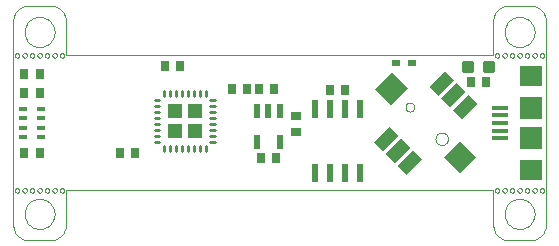
<source format=gtp>
G75*
%MOIN*%
%OFA0B0*%
%FSLAX24Y24*%
%IPPOS*%
%LPD*%
%AMOC8*
5,1,8,0,0,1.08239X$1,22.5*
%
%ADD10C,0.0000*%
%ADD11R,0.0728X0.0433*%
%ADD12R,0.0787X0.0748*%
%ADD13R,0.0551X0.0138*%
%ADD14R,0.0748X0.0709*%
%ADD15R,0.0748X0.0748*%
%ADD16R,0.0236X0.0610*%
%ADD17R,0.0217X0.0472*%
%ADD18C,0.0118*%
%ADD19R,0.0276X0.0197*%
%ADD20R,0.0276X0.0354*%
%ADD21R,0.0354X0.0276*%
%ADD22C,0.0089*%
%ADD23R,0.0492X0.0492*%
%ADD24R,0.0276X0.0177*%
D10*
X004943Y002737D02*
X005693Y002737D01*
X005737Y002739D01*
X005780Y002745D01*
X005822Y002754D01*
X005864Y002767D01*
X005904Y002784D01*
X005943Y002804D01*
X005980Y002827D01*
X006014Y002854D01*
X006047Y002883D01*
X006076Y002916D01*
X006103Y002950D01*
X006126Y002987D01*
X006146Y003026D01*
X006163Y003066D01*
X006176Y003108D01*
X006185Y003150D01*
X006191Y003193D01*
X006193Y003237D01*
X006193Y004393D01*
X020443Y004393D01*
X020443Y003237D01*
X020445Y003193D01*
X020451Y003150D01*
X020460Y003108D01*
X020473Y003066D01*
X020490Y003026D01*
X020510Y002987D01*
X020533Y002950D01*
X020560Y002916D01*
X020589Y002883D01*
X020622Y002854D01*
X020656Y002827D01*
X020693Y002804D01*
X020732Y002784D01*
X020772Y002767D01*
X020814Y002754D01*
X020856Y002745D01*
X020899Y002739D01*
X020943Y002737D01*
X021693Y002737D01*
X021737Y002739D01*
X021780Y002745D01*
X021822Y002754D01*
X021864Y002767D01*
X021904Y002784D01*
X021943Y002804D01*
X021980Y002827D01*
X022014Y002854D01*
X022047Y002883D01*
X022076Y002916D01*
X022103Y002950D01*
X022126Y002987D01*
X022146Y003026D01*
X022163Y003066D01*
X022176Y003108D01*
X022185Y003150D01*
X022191Y003193D01*
X022193Y003237D01*
X022193Y010050D01*
X022191Y010094D01*
X022185Y010137D01*
X022176Y010179D01*
X022163Y010221D01*
X022146Y010261D01*
X022126Y010300D01*
X022103Y010337D01*
X022076Y010371D01*
X022047Y010404D01*
X022014Y010433D01*
X021980Y010460D01*
X021943Y010483D01*
X021904Y010503D01*
X021864Y010520D01*
X021822Y010533D01*
X021780Y010542D01*
X021737Y010548D01*
X021693Y010550D01*
X020943Y010550D01*
X020899Y010548D01*
X020856Y010542D01*
X020814Y010533D01*
X020772Y010520D01*
X020732Y010503D01*
X020693Y010483D01*
X020656Y010460D01*
X020622Y010433D01*
X020589Y010404D01*
X020560Y010371D01*
X020533Y010337D01*
X020510Y010300D01*
X020490Y010261D01*
X020473Y010221D01*
X020460Y010179D01*
X020451Y010137D01*
X020445Y010094D01*
X020443Y010050D01*
X020443Y008893D01*
X006193Y008893D01*
X006193Y010050D01*
X006191Y010094D01*
X006185Y010137D01*
X006176Y010179D01*
X006163Y010221D01*
X006146Y010261D01*
X006126Y010300D01*
X006103Y010337D01*
X006076Y010371D01*
X006047Y010404D01*
X006014Y010433D01*
X005980Y010460D01*
X005943Y010483D01*
X005904Y010503D01*
X005864Y010520D01*
X005822Y010533D01*
X005780Y010542D01*
X005737Y010548D01*
X005693Y010550D01*
X004943Y010550D01*
X004899Y010548D01*
X004856Y010542D01*
X004814Y010533D01*
X004772Y010520D01*
X004732Y010503D01*
X004693Y010483D01*
X004656Y010460D01*
X004622Y010433D01*
X004589Y010404D01*
X004560Y010371D01*
X004533Y010337D01*
X004510Y010300D01*
X004490Y010261D01*
X004473Y010221D01*
X004460Y010179D01*
X004451Y010137D01*
X004445Y010094D01*
X004443Y010050D01*
X004443Y003237D01*
X004445Y003193D01*
X004451Y003150D01*
X004460Y003108D01*
X004473Y003066D01*
X004490Y003026D01*
X004510Y002987D01*
X004533Y002950D01*
X004560Y002916D01*
X004589Y002883D01*
X004622Y002854D01*
X004656Y002827D01*
X004693Y002804D01*
X004732Y002784D01*
X004772Y002767D01*
X004814Y002754D01*
X004856Y002745D01*
X004899Y002739D01*
X004943Y002737D01*
X004818Y003612D02*
X004820Y003656D01*
X004826Y003700D01*
X004836Y003743D01*
X004849Y003785D01*
X004866Y003826D01*
X004887Y003865D01*
X004911Y003902D01*
X004938Y003937D01*
X004968Y003969D01*
X005001Y003999D01*
X005037Y004025D01*
X005074Y004049D01*
X005114Y004068D01*
X005155Y004085D01*
X005198Y004097D01*
X005241Y004106D01*
X005285Y004111D01*
X005329Y004112D01*
X005373Y004109D01*
X005417Y004102D01*
X005460Y004091D01*
X005502Y004077D01*
X005542Y004059D01*
X005581Y004037D01*
X005617Y004013D01*
X005651Y003985D01*
X005683Y003954D01*
X005712Y003920D01*
X005738Y003884D01*
X005760Y003846D01*
X005779Y003806D01*
X005794Y003764D01*
X005806Y003722D01*
X005814Y003678D01*
X005818Y003634D01*
X005818Y003590D01*
X005814Y003546D01*
X005806Y003502D01*
X005794Y003460D01*
X005779Y003418D01*
X005760Y003378D01*
X005738Y003340D01*
X005712Y003304D01*
X005683Y003270D01*
X005651Y003239D01*
X005617Y003211D01*
X005581Y003187D01*
X005542Y003165D01*
X005502Y003147D01*
X005460Y003133D01*
X005417Y003122D01*
X005373Y003115D01*
X005329Y003112D01*
X005285Y003113D01*
X005241Y003118D01*
X005198Y003127D01*
X005155Y003139D01*
X005114Y003156D01*
X005074Y003175D01*
X005037Y003199D01*
X005001Y003225D01*
X004968Y003255D01*
X004938Y003287D01*
X004911Y003322D01*
X004887Y003359D01*
X004866Y003398D01*
X004849Y003439D01*
X004836Y003481D01*
X004826Y003524D01*
X004820Y003568D01*
X004818Y003612D01*
X004743Y004393D02*
X004745Y004410D01*
X004750Y004426D01*
X004759Y004440D01*
X004771Y004452D01*
X004785Y004461D01*
X004801Y004466D01*
X004818Y004468D01*
X004835Y004466D01*
X004851Y004461D01*
X004865Y004452D01*
X004877Y004440D01*
X004886Y004426D01*
X004891Y004410D01*
X004893Y004393D01*
X004891Y004376D01*
X004886Y004360D01*
X004877Y004346D01*
X004865Y004334D01*
X004851Y004325D01*
X004835Y004320D01*
X004818Y004318D01*
X004801Y004320D01*
X004785Y004325D01*
X004771Y004334D01*
X004759Y004346D01*
X004750Y004360D01*
X004745Y004376D01*
X004743Y004393D01*
X004493Y004393D02*
X004495Y004410D01*
X004500Y004426D01*
X004509Y004440D01*
X004521Y004452D01*
X004535Y004461D01*
X004551Y004466D01*
X004568Y004468D01*
X004585Y004466D01*
X004601Y004461D01*
X004615Y004452D01*
X004627Y004440D01*
X004636Y004426D01*
X004641Y004410D01*
X004643Y004393D01*
X004641Y004376D01*
X004636Y004360D01*
X004627Y004346D01*
X004615Y004334D01*
X004601Y004325D01*
X004585Y004320D01*
X004568Y004318D01*
X004551Y004320D01*
X004535Y004325D01*
X004521Y004334D01*
X004509Y004346D01*
X004500Y004360D01*
X004495Y004376D01*
X004493Y004393D01*
X004993Y004393D02*
X004995Y004410D01*
X005000Y004426D01*
X005009Y004440D01*
X005021Y004452D01*
X005035Y004461D01*
X005051Y004466D01*
X005068Y004468D01*
X005085Y004466D01*
X005101Y004461D01*
X005115Y004452D01*
X005127Y004440D01*
X005136Y004426D01*
X005141Y004410D01*
X005143Y004393D01*
X005141Y004376D01*
X005136Y004360D01*
X005127Y004346D01*
X005115Y004334D01*
X005101Y004325D01*
X005085Y004320D01*
X005068Y004318D01*
X005051Y004320D01*
X005035Y004325D01*
X005021Y004334D01*
X005009Y004346D01*
X005000Y004360D01*
X004995Y004376D01*
X004993Y004393D01*
X005243Y004393D02*
X005245Y004410D01*
X005250Y004426D01*
X005259Y004440D01*
X005271Y004452D01*
X005285Y004461D01*
X005301Y004466D01*
X005318Y004468D01*
X005335Y004466D01*
X005351Y004461D01*
X005365Y004452D01*
X005377Y004440D01*
X005386Y004426D01*
X005391Y004410D01*
X005393Y004393D01*
X005391Y004376D01*
X005386Y004360D01*
X005377Y004346D01*
X005365Y004334D01*
X005351Y004325D01*
X005335Y004320D01*
X005318Y004318D01*
X005301Y004320D01*
X005285Y004325D01*
X005271Y004334D01*
X005259Y004346D01*
X005250Y004360D01*
X005245Y004376D01*
X005243Y004393D01*
X005493Y004393D02*
X005495Y004410D01*
X005500Y004426D01*
X005509Y004440D01*
X005521Y004452D01*
X005535Y004461D01*
X005551Y004466D01*
X005568Y004468D01*
X005585Y004466D01*
X005601Y004461D01*
X005615Y004452D01*
X005627Y004440D01*
X005636Y004426D01*
X005641Y004410D01*
X005643Y004393D01*
X005641Y004376D01*
X005636Y004360D01*
X005627Y004346D01*
X005615Y004334D01*
X005601Y004325D01*
X005585Y004320D01*
X005568Y004318D01*
X005551Y004320D01*
X005535Y004325D01*
X005521Y004334D01*
X005509Y004346D01*
X005500Y004360D01*
X005495Y004376D01*
X005493Y004393D01*
X005743Y004393D02*
X005745Y004410D01*
X005750Y004426D01*
X005759Y004440D01*
X005771Y004452D01*
X005785Y004461D01*
X005801Y004466D01*
X005818Y004468D01*
X005835Y004466D01*
X005851Y004461D01*
X005865Y004452D01*
X005877Y004440D01*
X005886Y004426D01*
X005891Y004410D01*
X005893Y004393D01*
X005891Y004376D01*
X005886Y004360D01*
X005877Y004346D01*
X005865Y004334D01*
X005851Y004325D01*
X005835Y004320D01*
X005818Y004318D01*
X005801Y004320D01*
X005785Y004325D01*
X005771Y004334D01*
X005759Y004346D01*
X005750Y004360D01*
X005745Y004376D01*
X005743Y004393D01*
X005993Y004393D02*
X005995Y004410D01*
X006000Y004426D01*
X006009Y004440D01*
X006021Y004452D01*
X006035Y004461D01*
X006051Y004466D01*
X006068Y004468D01*
X006085Y004466D01*
X006101Y004461D01*
X006115Y004452D01*
X006127Y004440D01*
X006136Y004426D01*
X006141Y004410D01*
X006143Y004393D01*
X006141Y004376D01*
X006136Y004360D01*
X006127Y004346D01*
X006115Y004334D01*
X006101Y004325D01*
X006085Y004320D01*
X006068Y004318D01*
X006051Y004320D01*
X006035Y004325D01*
X006021Y004334D01*
X006009Y004346D01*
X006000Y004360D01*
X005995Y004376D01*
X005993Y004393D01*
X005993Y008893D02*
X005995Y008910D01*
X006000Y008926D01*
X006009Y008940D01*
X006021Y008952D01*
X006035Y008961D01*
X006051Y008966D01*
X006068Y008968D01*
X006085Y008966D01*
X006101Y008961D01*
X006115Y008952D01*
X006127Y008940D01*
X006136Y008926D01*
X006141Y008910D01*
X006143Y008893D01*
X006141Y008876D01*
X006136Y008860D01*
X006127Y008846D01*
X006115Y008834D01*
X006101Y008825D01*
X006085Y008820D01*
X006068Y008818D01*
X006051Y008820D01*
X006035Y008825D01*
X006021Y008834D01*
X006009Y008846D01*
X006000Y008860D01*
X005995Y008876D01*
X005993Y008893D01*
X005743Y008893D02*
X005745Y008910D01*
X005750Y008926D01*
X005759Y008940D01*
X005771Y008952D01*
X005785Y008961D01*
X005801Y008966D01*
X005818Y008968D01*
X005835Y008966D01*
X005851Y008961D01*
X005865Y008952D01*
X005877Y008940D01*
X005886Y008926D01*
X005891Y008910D01*
X005893Y008893D01*
X005891Y008876D01*
X005886Y008860D01*
X005877Y008846D01*
X005865Y008834D01*
X005851Y008825D01*
X005835Y008820D01*
X005818Y008818D01*
X005801Y008820D01*
X005785Y008825D01*
X005771Y008834D01*
X005759Y008846D01*
X005750Y008860D01*
X005745Y008876D01*
X005743Y008893D01*
X005493Y008893D02*
X005495Y008910D01*
X005500Y008926D01*
X005509Y008940D01*
X005521Y008952D01*
X005535Y008961D01*
X005551Y008966D01*
X005568Y008968D01*
X005585Y008966D01*
X005601Y008961D01*
X005615Y008952D01*
X005627Y008940D01*
X005636Y008926D01*
X005641Y008910D01*
X005643Y008893D01*
X005641Y008876D01*
X005636Y008860D01*
X005627Y008846D01*
X005615Y008834D01*
X005601Y008825D01*
X005585Y008820D01*
X005568Y008818D01*
X005551Y008820D01*
X005535Y008825D01*
X005521Y008834D01*
X005509Y008846D01*
X005500Y008860D01*
X005495Y008876D01*
X005493Y008893D01*
X005243Y008893D02*
X005245Y008910D01*
X005250Y008926D01*
X005259Y008940D01*
X005271Y008952D01*
X005285Y008961D01*
X005301Y008966D01*
X005318Y008968D01*
X005335Y008966D01*
X005351Y008961D01*
X005365Y008952D01*
X005377Y008940D01*
X005386Y008926D01*
X005391Y008910D01*
X005393Y008893D01*
X005391Y008876D01*
X005386Y008860D01*
X005377Y008846D01*
X005365Y008834D01*
X005351Y008825D01*
X005335Y008820D01*
X005318Y008818D01*
X005301Y008820D01*
X005285Y008825D01*
X005271Y008834D01*
X005259Y008846D01*
X005250Y008860D01*
X005245Y008876D01*
X005243Y008893D01*
X004993Y008893D02*
X004995Y008910D01*
X005000Y008926D01*
X005009Y008940D01*
X005021Y008952D01*
X005035Y008961D01*
X005051Y008966D01*
X005068Y008968D01*
X005085Y008966D01*
X005101Y008961D01*
X005115Y008952D01*
X005127Y008940D01*
X005136Y008926D01*
X005141Y008910D01*
X005143Y008893D01*
X005141Y008876D01*
X005136Y008860D01*
X005127Y008846D01*
X005115Y008834D01*
X005101Y008825D01*
X005085Y008820D01*
X005068Y008818D01*
X005051Y008820D01*
X005035Y008825D01*
X005021Y008834D01*
X005009Y008846D01*
X005000Y008860D01*
X004995Y008876D01*
X004993Y008893D01*
X004743Y008893D02*
X004745Y008910D01*
X004750Y008926D01*
X004759Y008940D01*
X004771Y008952D01*
X004785Y008961D01*
X004801Y008966D01*
X004818Y008968D01*
X004835Y008966D01*
X004851Y008961D01*
X004865Y008952D01*
X004877Y008940D01*
X004886Y008926D01*
X004891Y008910D01*
X004893Y008893D01*
X004891Y008876D01*
X004886Y008860D01*
X004877Y008846D01*
X004865Y008834D01*
X004851Y008825D01*
X004835Y008820D01*
X004818Y008818D01*
X004801Y008820D01*
X004785Y008825D01*
X004771Y008834D01*
X004759Y008846D01*
X004750Y008860D01*
X004745Y008876D01*
X004743Y008893D01*
X004493Y008893D02*
X004495Y008910D01*
X004500Y008926D01*
X004509Y008940D01*
X004521Y008952D01*
X004535Y008961D01*
X004551Y008966D01*
X004568Y008968D01*
X004585Y008966D01*
X004601Y008961D01*
X004615Y008952D01*
X004627Y008940D01*
X004636Y008926D01*
X004641Y008910D01*
X004643Y008893D01*
X004641Y008876D01*
X004636Y008860D01*
X004627Y008846D01*
X004615Y008834D01*
X004601Y008825D01*
X004585Y008820D01*
X004568Y008818D01*
X004551Y008820D01*
X004535Y008825D01*
X004521Y008834D01*
X004509Y008846D01*
X004500Y008860D01*
X004495Y008876D01*
X004493Y008893D01*
X004818Y009675D02*
X004820Y009719D01*
X004826Y009763D01*
X004836Y009806D01*
X004849Y009848D01*
X004866Y009889D01*
X004887Y009928D01*
X004911Y009965D01*
X004938Y010000D01*
X004968Y010032D01*
X005001Y010062D01*
X005037Y010088D01*
X005074Y010112D01*
X005114Y010131D01*
X005155Y010148D01*
X005198Y010160D01*
X005241Y010169D01*
X005285Y010174D01*
X005329Y010175D01*
X005373Y010172D01*
X005417Y010165D01*
X005460Y010154D01*
X005502Y010140D01*
X005542Y010122D01*
X005581Y010100D01*
X005617Y010076D01*
X005651Y010048D01*
X005683Y010017D01*
X005712Y009983D01*
X005738Y009947D01*
X005760Y009909D01*
X005779Y009869D01*
X005794Y009827D01*
X005806Y009785D01*
X005814Y009741D01*
X005818Y009697D01*
X005818Y009653D01*
X005814Y009609D01*
X005806Y009565D01*
X005794Y009523D01*
X005779Y009481D01*
X005760Y009441D01*
X005738Y009403D01*
X005712Y009367D01*
X005683Y009333D01*
X005651Y009302D01*
X005617Y009274D01*
X005581Y009250D01*
X005542Y009228D01*
X005502Y009210D01*
X005460Y009196D01*
X005417Y009185D01*
X005373Y009178D01*
X005329Y009175D01*
X005285Y009176D01*
X005241Y009181D01*
X005198Y009190D01*
X005155Y009202D01*
X005114Y009219D01*
X005074Y009238D01*
X005037Y009262D01*
X005001Y009288D01*
X004968Y009318D01*
X004938Y009350D01*
X004911Y009385D01*
X004887Y009422D01*
X004866Y009461D01*
X004849Y009502D01*
X004836Y009544D01*
X004826Y009587D01*
X004820Y009631D01*
X004818Y009675D01*
X017516Y007172D02*
X017518Y007196D01*
X017524Y007219D01*
X017533Y007241D01*
X017546Y007261D01*
X017561Y007279D01*
X017580Y007294D01*
X017601Y007306D01*
X017623Y007314D01*
X017646Y007319D01*
X017670Y007320D01*
X017694Y007317D01*
X017716Y007310D01*
X017738Y007300D01*
X017758Y007287D01*
X017775Y007270D01*
X017789Y007251D01*
X017800Y007230D01*
X017808Y007207D01*
X017812Y007184D01*
X017812Y007160D01*
X017808Y007137D01*
X017800Y007114D01*
X017789Y007093D01*
X017775Y007074D01*
X017758Y007057D01*
X017738Y007044D01*
X017716Y007034D01*
X017694Y007027D01*
X017670Y007024D01*
X017646Y007025D01*
X017623Y007030D01*
X017601Y007038D01*
X017580Y007050D01*
X017561Y007065D01*
X017546Y007083D01*
X017533Y007103D01*
X017524Y007125D01*
X017518Y007148D01*
X017516Y007172D01*
X018515Y006114D02*
X018517Y006142D01*
X018523Y006170D01*
X018532Y006196D01*
X018545Y006222D01*
X018561Y006245D01*
X018581Y006265D01*
X018603Y006283D01*
X018627Y006298D01*
X018653Y006309D01*
X018680Y006317D01*
X018708Y006321D01*
X018736Y006321D01*
X018764Y006317D01*
X018791Y006309D01*
X018817Y006298D01*
X018841Y006283D01*
X018863Y006265D01*
X018883Y006245D01*
X018899Y006222D01*
X018912Y006196D01*
X018921Y006170D01*
X018927Y006142D01*
X018929Y006114D01*
X018927Y006086D01*
X018921Y006058D01*
X018912Y006032D01*
X018899Y006006D01*
X018883Y005983D01*
X018863Y005963D01*
X018841Y005945D01*
X018817Y005930D01*
X018791Y005919D01*
X018764Y005911D01*
X018736Y005907D01*
X018708Y005907D01*
X018680Y005911D01*
X018653Y005919D01*
X018627Y005930D01*
X018603Y005945D01*
X018581Y005963D01*
X018561Y005983D01*
X018545Y006006D01*
X018532Y006032D01*
X018523Y006058D01*
X018517Y006086D01*
X018515Y006114D01*
X020493Y004393D02*
X020495Y004410D01*
X020500Y004426D01*
X020509Y004440D01*
X020521Y004452D01*
X020535Y004461D01*
X020551Y004466D01*
X020568Y004468D01*
X020585Y004466D01*
X020601Y004461D01*
X020615Y004452D01*
X020627Y004440D01*
X020636Y004426D01*
X020641Y004410D01*
X020643Y004393D01*
X020641Y004376D01*
X020636Y004360D01*
X020627Y004346D01*
X020615Y004334D01*
X020601Y004325D01*
X020585Y004320D01*
X020568Y004318D01*
X020551Y004320D01*
X020535Y004325D01*
X020521Y004334D01*
X020509Y004346D01*
X020500Y004360D01*
X020495Y004376D01*
X020493Y004393D01*
X020743Y004393D02*
X020745Y004410D01*
X020750Y004426D01*
X020759Y004440D01*
X020771Y004452D01*
X020785Y004461D01*
X020801Y004466D01*
X020818Y004468D01*
X020835Y004466D01*
X020851Y004461D01*
X020865Y004452D01*
X020877Y004440D01*
X020886Y004426D01*
X020891Y004410D01*
X020893Y004393D01*
X020891Y004376D01*
X020886Y004360D01*
X020877Y004346D01*
X020865Y004334D01*
X020851Y004325D01*
X020835Y004320D01*
X020818Y004318D01*
X020801Y004320D01*
X020785Y004325D01*
X020771Y004334D01*
X020759Y004346D01*
X020750Y004360D01*
X020745Y004376D01*
X020743Y004393D01*
X020993Y004393D02*
X020995Y004410D01*
X021000Y004426D01*
X021009Y004440D01*
X021021Y004452D01*
X021035Y004461D01*
X021051Y004466D01*
X021068Y004468D01*
X021085Y004466D01*
X021101Y004461D01*
X021115Y004452D01*
X021127Y004440D01*
X021136Y004426D01*
X021141Y004410D01*
X021143Y004393D01*
X021141Y004376D01*
X021136Y004360D01*
X021127Y004346D01*
X021115Y004334D01*
X021101Y004325D01*
X021085Y004320D01*
X021068Y004318D01*
X021051Y004320D01*
X021035Y004325D01*
X021021Y004334D01*
X021009Y004346D01*
X021000Y004360D01*
X020995Y004376D01*
X020993Y004393D01*
X021243Y004393D02*
X021245Y004410D01*
X021250Y004426D01*
X021259Y004440D01*
X021271Y004452D01*
X021285Y004461D01*
X021301Y004466D01*
X021318Y004468D01*
X021335Y004466D01*
X021351Y004461D01*
X021365Y004452D01*
X021377Y004440D01*
X021386Y004426D01*
X021391Y004410D01*
X021393Y004393D01*
X021391Y004376D01*
X021386Y004360D01*
X021377Y004346D01*
X021365Y004334D01*
X021351Y004325D01*
X021335Y004320D01*
X021318Y004318D01*
X021301Y004320D01*
X021285Y004325D01*
X021271Y004334D01*
X021259Y004346D01*
X021250Y004360D01*
X021245Y004376D01*
X021243Y004393D01*
X021493Y004393D02*
X021495Y004410D01*
X021500Y004426D01*
X021509Y004440D01*
X021521Y004452D01*
X021535Y004461D01*
X021551Y004466D01*
X021568Y004468D01*
X021585Y004466D01*
X021601Y004461D01*
X021615Y004452D01*
X021627Y004440D01*
X021636Y004426D01*
X021641Y004410D01*
X021643Y004393D01*
X021641Y004376D01*
X021636Y004360D01*
X021627Y004346D01*
X021615Y004334D01*
X021601Y004325D01*
X021585Y004320D01*
X021568Y004318D01*
X021551Y004320D01*
X021535Y004325D01*
X021521Y004334D01*
X021509Y004346D01*
X021500Y004360D01*
X021495Y004376D01*
X021493Y004393D01*
X021743Y004393D02*
X021745Y004410D01*
X021750Y004426D01*
X021759Y004440D01*
X021771Y004452D01*
X021785Y004461D01*
X021801Y004466D01*
X021818Y004468D01*
X021835Y004466D01*
X021851Y004461D01*
X021865Y004452D01*
X021877Y004440D01*
X021886Y004426D01*
X021891Y004410D01*
X021893Y004393D01*
X021891Y004376D01*
X021886Y004360D01*
X021877Y004346D01*
X021865Y004334D01*
X021851Y004325D01*
X021835Y004320D01*
X021818Y004318D01*
X021801Y004320D01*
X021785Y004325D01*
X021771Y004334D01*
X021759Y004346D01*
X021750Y004360D01*
X021745Y004376D01*
X021743Y004393D01*
X021993Y004393D02*
X021995Y004410D01*
X022000Y004426D01*
X022009Y004440D01*
X022021Y004452D01*
X022035Y004461D01*
X022051Y004466D01*
X022068Y004468D01*
X022085Y004466D01*
X022101Y004461D01*
X022115Y004452D01*
X022127Y004440D01*
X022136Y004426D01*
X022141Y004410D01*
X022143Y004393D01*
X022141Y004376D01*
X022136Y004360D01*
X022127Y004346D01*
X022115Y004334D01*
X022101Y004325D01*
X022085Y004320D01*
X022068Y004318D01*
X022051Y004320D01*
X022035Y004325D01*
X022021Y004334D01*
X022009Y004346D01*
X022000Y004360D01*
X021995Y004376D01*
X021993Y004393D01*
X020818Y003612D02*
X020820Y003656D01*
X020826Y003700D01*
X020836Y003743D01*
X020849Y003785D01*
X020866Y003826D01*
X020887Y003865D01*
X020911Y003902D01*
X020938Y003937D01*
X020968Y003969D01*
X021001Y003999D01*
X021037Y004025D01*
X021074Y004049D01*
X021114Y004068D01*
X021155Y004085D01*
X021198Y004097D01*
X021241Y004106D01*
X021285Y004111D01*
X021329Y004112D01*
X021373Y004109D01*
X021417Y004102D01*
X021460Y004091D01*
X021502Y004077D01*
X021542Y004059D01*
X021581Y004037D01*
X021617Y004013D01*
X021651Y003985D01*
X021683Y003954D01*
X021712Y003920D01*
X021738Y003884D01*
X021760Y003846D01*
X021779Y003806D01*
X021794Y003764D01*
X021806Y003722D01*
X021814Y003678D01*
X021818Y003634D01*
X021818Y003590D01*
X021814Y003546D01*
X021806Y003502D01*
X021794Y003460D01*
X021779Y003418D01*
X021760Y003378D01*
X021738Y003340D01*
X021712Y003304D01*
X021683Y003270D01*
X021651Y003239D01*
X021617Y003211D01*
X021581Y003187D01*
X021542Y003165D01*
X021502Y003147D01*
X021460Y003133D01*
X021417Y003122D01*
X021373Y003115D01*
X021329Y003112D01*
X021285Y003113D01*
X021241Y003118D01*
X021198Y003127D01*
X021155Y003139D01*
X021114Y003156D01*
X021074Y003175D01*
X021037Y003199D01*
X021001Y003225D01*
X020968Y003255D01*
X020938Y003287D01*
X020911Y003322D01*
X020887Y003359D01*
X020866Y003398D01*
X020849Y003439D01*
X020836Y003481D01*
X020826Y003524D01*
X020820Y003568D01*
X020818Y003612D01*
X020743Y008893D02*
X020745Y008910D01*
X020750Y008926D01*
X020759Y008940D01*
X020771Y008952D01*
X020785Y008961D01*
X020801Y008966D01*
X020818Y008968D01*
X020835Y008966D01*
X020851Y008961D01*
X020865Y008952D01*
X020877Y008940D01*
X020886Y008926D01*
X020891Y008910D01*
X020893Y008893D01*
X020891Y008876D01*
X020886Y008860D01*
X020877Y008846D01*
X020865Y008834D01*
X020851Y008825D01*
X020835Y008820D01*
X020818Y008818D01*
X020801Y008820D01*
X020785Y008825D01*
X020771Y008834D01*
X020759Y008846D01*
X020750Y008860D01*
X020745Y008876D01*
X020743Y008893D01*
X020493Y008893D02*
X020495Y008910D01*
X020500Y008926D01*
X020509Y008940D01*
X020521Y008952D01*
X020535Y008961D01*
X020551Y008966D01*
X020568Y008968D01*
X020585Y008966D01*
X020601Y008961D01*
X020615Y008952D01*
X020627Y008940D01*
X020636Y008926D01*
X020641Y008910D01*
X020643Y008893D01*
X020641Y008876D01*
X020636Y008860D01*
X020627Y008846D01*
X020615Y008834D01*
X020601Y008825D01*
X020585Y008820D01*
X020568Y008818D01*
X020551Y008820D01*
X020535Y008825D01*
X020521Y008834D01*
X020509Y008846D01*
X020500Y008860D01*
X020495Y008876D01*
X020493Y008893D01*
X020993Y008893D02*
X020995Y008910D01*
X021000Y008926D01*
X021009Y008940D01*
X021021Y008952D01*
X021035Y008961D01*
X021051Y008966D01*
X021068Y008968D01*
X021085Y008966D01*
X021101Y008961D01*
X021115Y008952D01*
X021127Y008940D01*
X021136Y008926D01*
X021141Y008910D01*
X021143Y008893D01*
X021141Y008876D01*
X021136Y008860D01*
X021127Y008846D01*
X021115Y008834D01*
X021101Y008825D01*
X021085Y008820D01*
X021068Y008818D01*
X021051Y008820D01*
X021035Y008825D01*
X021021Y008834D01*
X021009Y008846D01*
X021000Y008860D01*
X020995Y008876D01*
X020993Y008893D01*
X021243Y008893D02*
X021245Y008910D01*
X021250Y008926D01*
X021259Y008940D01*
X021271Y008952D01*
X021285Y008961D01*
X021301Y008966D01*
X021318Y008968D01*
X021335Y008966D01*
X021351Y008961D01*
X021365Y008952D01*
X021377Y008940D01*
X021386Y008926D01*
X021391Y008910D01*
X021393Y008893D01*
X021391Y008876D01*
X021386Y008860D01*
X021377Y008846D01*
X021365Y008834D01*
X021351Y008825D01*
X021335Y008820D01*
X021318Y008818D01*
X021301Y008820D01*
X021285Y008825D01*
X021271Y008834D01*
X021259Y008846D01*
X021250Y008860D01*
X021245Y008876D01*
X021243Y008893D01*
X021493Y008893D02*
X021495Y008910D01*
X021500Y008926D01*
X021509Y008940D01*
X021521Y008952D01*
X021535Y008961D01*
X021551Y008966D01*
X021568Y008968D01*
X021585Y008966D01*
X021601Y008961D01*
X021615Y008952D01*
X021627Y008940D01*
X021636Y008926D01*
X021641Y008910D01*
X021643Y008893D01*
X021641Y008876D01*
X021636Y008860D01*
X021627Y008846D01*
X021615Y008834D01*
X021601Y008825D01*
X021585Y008820D01*
X021568Y008818D01*
X021551Y008820D01*
X021535Y008825D01*
X021521Y008834D01*
X021509Y008846D01*
X021500Y008860D01*
X021495Y008876D01*
X021493Y008893D01*
X021743Y008893D02*
X021745Y008910D01*
X021750Y008926D01*
X021759Y008940D01*
X021771Y008952D01*
X021785Y008961D01*
X021801Y008966D01*
X021818Y008968D01*
X021835Y008966D01*
X021851Y008961D01*
X021865Y008952D01*
X021877Y008940D01*
X021886Y008926D01*
X021891Y008910D01*
X021893Y008893D01*
X021891Y008876D01*
X021886Y008860D01*
X021877Y008846D01*
X021865Y008834D01*
X021851Y008825D01*
X021835Y008820D01*
X021818Y008818D01*
X021801Y008820D01*
X021785Y008825D01*
X021771Y008834D01*
X021759Y008846D01*
X021750Y008860D01*
X021745Y008876D01*
X021743Y008893D01*
X021993Y008893D02*
X021995Y008910D01*
X022000Y008926D01*
X022009Y008940D01*
X022021Y008952D01*
X022035Y008961D01*
X022051Y008966D01*
X022068Y008968D01*
X022085Y008966D01*
X022101Y008961D01*
X022115Y008952D01*
X022127Y008940D01*
X022136Y008926D01*
X022141Y008910D01*
X022143Y008893D01*
X022141Y008876D01*
X022136Y008860D01*
X022127Y008846D01*
X022115Y008834D01*
X022101Y008825D01*
X022085Y008820D01*
X022068Y008818D01*
X022051Y008820D01*
X022035Y008825D01*
X022021Y008834D01*
X022009Y008846D01*
X022000Y008860D01*
X021995Y008876D01*
X021993Y008893D01*
X020818Y009675D02*
X020820Y009719D01*
X020826Y009763D01*
X020836Y009806D01*
X020849Y009848D01*
X020866Y009889D01*
X020887Y009928D01*
X020911Y009965D01*
X020938Y010000D01*
X020968Y010032D01*
X021001Y010062D01*
X021037Y010088D01*
X021074Y010112D01*
X021114Y010131D01*
X021155Y010148D01*
X021198Y010160D01*
X021241Y010169D01*
X021285Y010174D01*
X021329Y010175D01*
X021373Y010172D01*
X021417Y010165D01*
X021460Y010154D01*
X021502Y010140D01*
X021542Y010122D01*
X021581Y010100D01*
X021617Y010076D01*
X021651Y010048D01*
X021683Y010017D01*
X021712Y009983D01*
X021738Y009947D01*
X021760Y009909D01*
X021779Y009869D01*
X021794Y009827D01*
X021806Y009785D01*
X021814Y009741D01*
X021818Y009697D01*
X021818Y009653D01*
X021814Y009609D01*
X021806Y009565D01*
X021794Y009523D01*
X021779Y009481D01*
X021760Y009441D01*
X021738Y009403D01*
X021712Y009367D01*
X021683Y009333D01*
X021651Y009302D01*
X021617Y009274D01*
X021581Y009250D01*
X021542Y009228D01*
X021502Y009210D01*
X021460Y009196D01*
X021417Y009185D01*
X021373Y009178D01*
X021329Y009175D01*
X021285Y009176D01*
X021241Y009181D01*
X021198Y009190D01*
X021155Y009202D01*
X021114Y009219D01*
X021074Y009238D01*
X021037Y009262D01*
X021001Y009288D01*
X020968Y009318D01*
X020938Y009350D01*
X020911Y009385D01*
X020887Y009422D01*
X020866Y009461D01*
X020849Y009502D01*
X020836Y009544D01*
X020826Y009587D01*
X020820Y009631D01*
X020818Y009675D01*
D11*
G36*
X019139Y008063D02*
X018625Y007549D01*
X018319Y007855D01*
X018833Y008369D01*
X019139Y008063D01*
G37*
G36*
X019528Y007673D02*
X019014Y007159D01*
X018708Y007465D01*
X019222Y007979D01*
X019528Y007673D01*
G37*
G36*
X019918Y007283D02*
X019404Y006769D01*
X019098Y007075D01*
X019612Y007589D01*
X019918Y007283D01*
G37*
G36*
X017677Y005822D02*
X017163Y005308D01*
X016857Y005614D01*
X017371Y006128D01*
X017677Y005822D01*
G37*
G36*
X018067Y005432D02*
X017553Y004918D01*
X017247Y005224D01*
X017761Y005738D01*
X018067Y005432D01*
G37*
G36*
X017287Y006211D02*
X016773Y005697D01*
X016467Y006003D01*
X016981Y006517D01*
X017287Y006211D01*
G37*
D12*
G36*
X019876Y005515D02*
X019321Y004960D01*
X018792Y005489D01*
X019347Y006044D01*
X019876Y005515D01*
G37*
G36*
X017593Y007798D02*
X017038Y007243D01*
X016509Y007772D01*
X017064Y008327D01*
X017593Y007798D01*
G37*
D13*
X020650Y007155D03*
X020650Y006899D03*
X020650Y006643D03*
X020650Y006387D03*
X020650Y006131D03*
D14*
X021693Y005069D03*
X021693Y008218D03*
D15*
X021693Y007143D03*
X021693Y006143D03*
D16*
X016005Y007109D03*
X015505Y007109D03*
X015005Y007109D03*
X014505Y007109D03*
X014505Y004983D03*
X015005Y004983D03*
X015505Y004983D03*
X016005Y004983D03*
D17*
X013317Y006006D03*
X012569Y006006D03*
X012569Y007030D03*
X012943Y007030D03*
X013317Y007030D03*
D18*
X019460Y008380D02*
X019460Y008656D01*
X019736Y008656D01*
X019736Y008380D01*
X019460Y008380D01*
X019460Y008497D02*
X019736Y008497D01*
X019736Y008614D02*
X019460Y008614D01*
X020150Y008656D02*
X020150Y008380D01*
X020150Y008656D02*
X020426Y008656D01*
X020426Y008380D01*
X020150Y008380D01*
X020150Y008497D02*
X020426Y008497D01*
X020426Y008614D02*
X020150Y008614D01*
D19*
X017718Y008643D03*
X017207Y008643D03*
D20*
X015511Y007737D03*
X014999Y007737D03*
X013136Y007768D03*
X012624Y007768D03*
X012230Y007768D03*
X011718Y007768D03*
X010011Y008550D03*
X009499Y008550D03*
X005324Y008268D03*
X004812Y008268D03*
X004812Y007643D03*
X005324Y007643D03*
X005324Y005643D03*
X004812Y005643D03*
X007999Y005643D03*
X008511Y005643D03*
X012687Y005487D03*
X013199Y005487D03*
X019687Y008018D03*
X020199Y008018D03*
D21*
X013880Y006868D03*
X013880Y006356D03*
D22*
X011166Y006411D02*
X011008Y006411D01*
X011008Y006214D02*
X011166Y006214D01*
X011166Y006017D02*
X011008Y006017D01*
X010851Y005859D02*
X010851Y005702D01*
X010654Y005702D02*
X010654Y005859D01*
X010457Y005859D02*
X010457Y005702D01*
X010260Y005702D02*
X010260Y005859D01*
X010063Y005859D02*
X010063Y005702D01*
X009866Y005702D02*
X009866Y005859D01*
X009669Y005859D02*
X009669Y005702D01*
X009473Y005702D02*
X009473Y005859D01*
X009315Y006017D02*
X009158Y006017D01*
X009158Y006214D02*
X009315Y006214D01*
X009315Y006411D02*
X009158Y006411D01*
X009158Y006607D02*
X009315Y006607D01*
X009315Y006804D02*
X009158Y006804D01*
X009158Y007001D02*
X009315Y007001D01*
X009315Y007198D02*
X009158Y007198D01*
X009158Y007395D02*
X009315Y007395D01*
X009473Y007552D02*
X009473Y007710D01*
X009669Y007710D02*
X009669Y007552D01*
X009866Y007552D02*
X009866Y007710D01*
X010063Y007710D02*
X010063Y007552D01*
X010260Y007552D02*
X010260Y007710D01*
X010457Y007710D02*
X010457Y007552D01*
X010654Y007552D02*
X010654Y007710D01*
X010851Y007710D02*
X010851Y007552D01*
X011008Y007395D02*
X011166Y007395D01*
X011166Y007198D02*
X011008Y007198D01*
X011008Y007001D02*
X011166Y007001D01*
X011166Y006804D02*
X011008Y006804D01*
X011008Y006607D02*
X011166Y006607D01*
D23*
X010506Y006361D03*
X009817Y006361D03*
X009817Y007050D03*
X010506Y007050D03*
D24*
X005373Y007116D03*
X005373Y006801D03*
X005373Y006486D03*
X005373Y006171D03*
X004763Y006171D03*
X004763Y006486D03*
X004763Y006801D03*
X004763Y007116D03*
M02*

</source>
